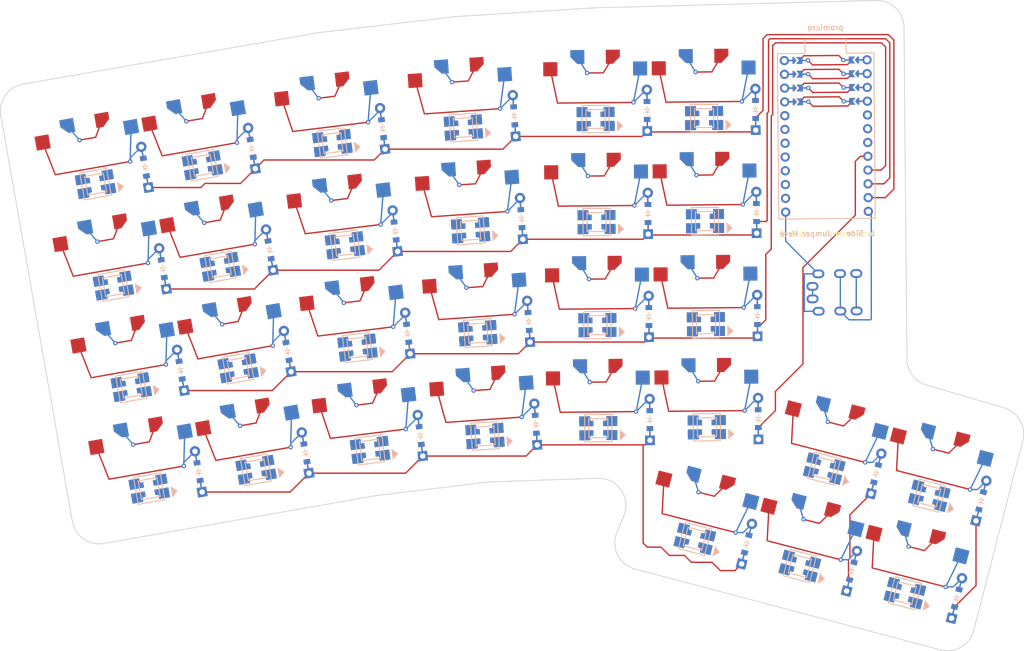
<source format=kicad_pcb>
(kicad_pcb (version 20221018) (generator pcbnew)
  (title_block (title "boardPcb") (rev "v1.0.0") (company "Unknown"))
  (layers (0 "F.Cu" signal) (31 "B.Cu" signal) (34 "B.Paste" user) (35 "F.Paste" user) (36 "B.SilkS" user "B.Silkscreen") (37 "F.SilkS" user "F.Silkscreen") (38 "B.Mask" user) (39 "F.Mask" user) (44 "Edge.Cuts" user))
  (net 0 "")
  (net 1 "P2")
  (net 2 "pinky1_bottom")
  (net 3 "pinky1_middle")
  (net 4 "pinky1_top")
  (net 5 "pinky1_number")
  (net 6 "P3")
  (net 7 "pink2_bottom")
  (net 8 "pink2_middle")
  (net 9 "pink2_top")
  (net 10 "pink2_number")
  (net 11 "P4")
  (net 12 "ring_bottom")
  (net 13 "ring_middle")
  (net 14 "ring_top")
  (net 15 "ring_number")
  (net 16 "P5")
  (net 17 "middle_bottom")
  (net 18 "middle_middle")
  (net 19 "middle_top")
  (net 20 "middle_number")
  (net 21 "P6")
  (net 22 "pointer_bottom")
  (net 23 "pointer_middle")
  (net 24 "pointer_top")
  (net 25 "pointer_number")
  (net 26 "P7")
  (net 27 "pointer2_bottom")
  (net 28 "pointer2_middle")
  (net 29 "pointer2_top")
  (net 30 "pointer2_number")
  (net 31 "near_thumb")
  (net 32 "home_thumb")
  (net 33 "far_thumb")
  (net 34 "near2_thumb2")
  (net 35 "home2_thumb2")
  (net 36 "P18")
  (net 37 "P15")
  (net 38 "P14")
  (net 39 "P16")
  (net 40 "P1")
  (net 41 "P0")
  (net 42 "P8")
  (net 43 "P9")
  (net 44 "P21")
  (net 45 "P20")
  (net 46 "P19")
  (net 47 "P10")
  (net 48 "RAW")
  (net 49 "RST")
  (net 50 "VCC")
  (net 51 "GND")
  (net 52 "_1_0")
  (net 53 "_1_23")
  (net 54 "_1_1")
  (net 55 "_1_22")
  (net 56 "_1_2")
  (net 57 "_1_21")
  (net 58 "_1_3")
  (net 59 "_1_20")
  (net 60 "din")
  (net 61 "dout")
  (footprint "WS2812B" (layer "F.Cu") (at 236.449174 134.714388 0.5)
    (fp_text reference "LED52" hide)
    (fp_text value "" hide)
  )
  (footprint "PG1350" (layer "F.Cu") (at 195.500639 168.833166 4)
    (fp_text reference "S13" hide)
    (fp_text value "" hide)
  )
  (footprint "PG1350" (layer "F.Cu") (at 259.801723 175.012135 -14.5)
    (fp_text reference "S28" hide)
    (fp_text value "" hide)
  )
  (footprint "WS2812B" (layer "F.Cu") (at 234.570806 193.286783 -14.5)
    (fp_text reference "LED54" hide)
    (fp_text value "" hide)
  )
  (footprint "PG1350" (layer "F.Cu") (at 171.718699 152.567731 7)
    (fp_text reference "S10" hide)
    (fp_text value "" hide)
  )
  (footprint "WS2812B" (layer "F.Cu") (at 273.296712 203.301983 -14.5)
    (fp_text reference "LED56" hide)
    (fp_text value "" hide)
  )
  (footprint "ComboDiode" (layer "F.Cu") (at 177.00433 117.663403 97)
    (fp_text reference "D12" hide)
    (fp_text value "" hide)
  )
  (footprint "ComboDiode" (layer "F.Cu") (at 203.93115 153.207019 94)
    (fp_text reference "D14" hide)
    (fp_text value "" hide)
  )
  (footprint "PG1350" (layer "F.Cu") (at 192.849893 130.925732 4)
    (fp_text reference "S15" hide)
    (fp_text value "" hide)
  )
  (footprint "WS2812B" (layer "F.Cu") (at 234.570806 193.286783 -14.5)
    (fp_text reference "LED25" hide)
    (fp_text value "" hide)
  )
  (footprint "WS2812B" (layer "F.Cu") (at 277.787586 185.344547 -14.5)
    (fp_text reference "LED58" hide)
    (fp_text value "" hide)
  )
  (footprint "WS2812B" (layer "F.Cu") (at 124.093882 127.894326 10)
    (fp_text reference "LED33" hide)
    (fp_text value "" hide)
  )
  (footprint "PG1350" (layer "F.Cu") (at 216.733548 167.387681 0.5)
    (fp_text reference "S17" hide)
    (fp_text value "" hide)
  )
  (footprint "PG1350" (layer "F.Cu") (at 174.034217 171.426108 7)
    (fp_text reference "S9" hide)
    (fp_text value "" hide)
  )
  (footprint "WS2812B" (layer "F.Cu") (at 133.991828 184.028368 10)
    (fp_text reference "LED30" hide)
    (fp_text value "" hide)
  )
  (footprint "PG1350" (layer "F.Cu") (at 194.175266 149.879449 4)
    (fp_text reference "S14" hide)
    (fp_text value "" hide)
  )
  (footprint "PG1350" (layer "F.Cu") (at 149.433602 156.427614 10)
    (fp_text reference "S6" hide)
    (fp_text value "" hide)
  )
  (footprint "ComboDiode" (layer "F.Cu") (at 245.769919 114.132266 90.5)
    (fp_text reference "D24" hide)
    (fp_text value "" hide)
  )
  (footprint "ComboDiode" (layer "F.Cu") (at 179.319848 136.52178 97)
    (fp_text reference "D11" hide)
    (fp_text value "" hide)
  )
  (footprint "WS2812B" (layer "F.Cu") (at 216.284132 115.889642 0.5)
    (fp_text reference "LED20" hide)
    (fp_text value "" hide)
  )
  (footprint "ComboDiode" (layer "F.Cu") (at 226.268093 171.304627 90.5)
    (fp_text reference "D17" hide)
    (fp_text value "" hide)
  )
  (footprint "WS2812B" (layer "F.Cu") (at 216.61574 153.888195 0.5)
    (fp_text reference "LED47" hide)
    (fp_text value "" hide)
  )
  (footprint "WS2812B" (layer "F.Cu") (at 253.933759 198.294383 -14.5)
    (fp_text reference "LED55" hide)
    (fp_text value "" hide)
  )
  (footprint "WS2812B" (layer "F.Cu") (at 236.780783 172.712941 0.5)
    (fp_text reference "LED21" hide)
    (fp_text value "" hide)
  )
  (footprint "PG1350" (layer "F.Cu") (at 152.732918 175.138962 10)
    (fp_text reference "S5" hide)
    (fp_text value "" hide)
  )
  (footprint "WS2812B" (layer "F.Cu") (at 236.449174 134.714388 0.5)
    (fp_text reference "LED23" hide)
    (fp_text value "" hide)
  )
  (footprint "WS2812B" (layer "F.Cu") (at 236.614978 153.713664 0.5)
    (fp_text reference "LED51" hide)
    (fp_text value "" hide)
  )
  (footprint "ComboDiode" (layer "F.Cu") (at 246.267331 171.130096 90.5)
    (fp_text reference "D21" hide)
    (fp_text value "" hide)
  )
  (footprint "PG1350" (layer "F.Cu") (at 274.673802 197.977171 -14.5)
    (fp_text reference "S27" hide)
    (fp_text value "" hide)
  )
  (footprint "WS2812B" (layer "F.Cu") (at 193.233553 136.412334 4)
    (fp_text reference "LED15" hide)
    (fp_text value "" hide)
  )
  (footprint "ComboDiode" (layer "F.Cu") (at 267.997606 181.263336 75.5)
    (fp_text reference "D28" hide)
    (fp_text value "" hide)
  )
  (footprint "ComboDiode" (layer "F.Cu") (at 139.787714 162.190151 100)
    (fp_text reference "D2" hide)
    (fp_text value "" hide)
  )
  (footprint "WS2812B" (layer "F.Cu") (at 143.790037 124.421362 10)
    (fp_text reference "LED37" hide)
    (fp_text value "" hide)
  )
  (footprint "ComboDiode" (layer "F.Cu") (at 156.184553 140.00584 100)
    (fp_text reference "D7" hide)
    (fp_text value "" hide)
  )
  (footprint "ComboDiode" (layer "F.Cu") (at 282.869685 204.228371 75.5)
    (fp_text reference "D27" hide)
    (fp_text value "" hide)
  )
  (footprint "WS2812B" (layer "F.Cu") (at 236.780783 172.712941 0.5)
    (fp_text reference "LED50" hide)
    (fp_text value "" hide)
  )
  (footprint "WS2812B" (layer "F.Cu") (at 216.61574 153.888195 0.5)
    (fp_text reference "LED18" hide)
    (fp_text value "" hide)
  )
  (footprint "PG1350" (layer "F.Cu") (at 167.087664 114.850977 7)
    (fp_text reference "S12" hide)
    (fp_text value "" hide)
  )
  (footprint "PG1350" (layer "F.Cu") (at 169.403182 133.709354 7)
    (fp_text reference "S11" hide)
    (fp_text value "" hide)
  )
  (footprint "PG1350" (layer "F.Cu") (at 129.737447 159.900578 10)
    (fp_text reference "S2" hide)
    (fp_text value "" hide)
  )
  (footprint "WS2812B" (layer "F.Cu") (at 130.692512 165.31702 10)
    (fp_text reference "LED2" hide)
    (fp_text value "" hide)
  )
  (footprint "PG1350" (layer "F.Cu") (at 146.134287 137.716267 10)
    (fp_text reference "S7" hide)
    (fp_text value "" hide)
  )
  (footprint "ComboDiode" (layer "F.Cu") (at 181.635365 155.380157 97)
    (fp_text reference "D10" hide)
    (fp_text value "" hide)
  )
  (footprint "PG1350" (layer "F.Cu") (at 236.401178 129.214597 0.5)
    (fp_text reference "S23" hide)
    (fp_text value "" hide)
  )
  (footprint "ComboDiode" (layer "F.Cu") (at 246.101527 152.130819 90.5)
    (fp_text reference "D22" hide)
    (fp_text value "" hide)
  )
  (footprint "WS2812B" (layer "F.Cu") (at 216.449936 134.888919 0.5)
    (fp_text reference "LED48" hide)
    (fp_text value "" hide)
  )
  (footprint "PG1350" (layer "F.Cu") (at 142.834972 119.00492 10)
    (fp_text reference "S8" hide)
    (fp_text value "" hide)
  )
  (footprint "PG1350" (layer "F.Cu") (at 216.40194 129.389128 0.5)
    (fp_text reference "S19" hide)
    (fp_text value "" hide)
  )
  (footprint "WS2812B" (layer "F.Cu") (at 172.388981 158.026735 7)
    (fp_text reference "LED39" hide)
    (fp_text value "" hide)
  )
  (footprint "ComboDiode" (layer "F.Cu") (at 136.488398 143.478804 100)
    (fp_text reference "D3" hide)
    (fp_text value "" hide)
  )
  (footprint "WS2812B" (layer "F.Cu") (at 236.614978 153.713664 0.5)
    (fp_text reference "LED22" hide)
    (fp_text value "" hide)
  )
  (footprint "TRRS-PJ-320A-dual" (layer "F.Cu") (at 267.574529 148.943313 -89.5)
    (fp_text reference "TRRS1")
    (fp_text value "TRRS-PJ-320A-dual")
  )
  (footprint "WS2812B" (layer "F.Cu") (at 216.284132 115.889642 0.5)
    (fp_text reference "LED49" hide)
    (fp_text value "" hide)
  )
  (footprint "WS2812B" (layer "F.Cu") (at 195.884299 174.319768 4)
    (fp_text reference "LED42" hide)
    (fp_text value "" hide)
  )
  (footprint "WS2812B" (layer "F.Cu") (at 150.388667 161.844057 10)
    (fp_text reference "LED35" hide)
    (fp_text value "" hide)
  )
  (footprint "WS2812B" (layer "F.Cu") (at 127.393197 146.605673 10)
    (fp_text reference "LED32" hide)
    (fp_text value "" hide)
  )
  (footprint "WS2812B" (layer "F.Cu") (at 143.790037 124.421362 10)
    (fp_text reference "LED8" hide)
    (fp_text value "" hide)
  )
  (footprint "WS2812B" (layer "F.Cu") (at 167.757946 120.309981 7)
    (fp_text reference "LED12" hide)
    (fp_text value "" hide)
  )
  (footprint "WS2812B" (layer "F.Cu") (at 130.692512 165.31702 10)
    (fp_text reference "LED31" hide)
    (fp_text value "" hide)
  )
  (footprint "WS2812B" (layer "F.Cu") (at 124.093882 127.894326 10)
    (fp_text reference "LED4" hide)
    (fp_text value "" hide)
  )
  (footprint "WS2812B" (layer "F.Cu") (at 172.388981 158.026735 7)
    (fp_text reference "LED10" hide)
    (fp_text value "" hide)
  )
  (footprint "WS2812B" (layer "F.Cu") (at 174.704498 176.885112 7)
    (fp_text reference "LED38" hide)
    (fp_text value "" hide)
  )
  (footprint "WS2812B" (layer "F.Cu") (at 194.558926 155.366051 4)
    (fp_text reference "LED14" hide)
    (fp_text value "" hide)
  )
  (footprint "ComboDiode" (layer "F.Cu") (at 183.950883 174.238534 97)
    (fp_text reference "D9" hide)
    (fp_text value "" hide)
  )
  (footprint "ComboDiode" (layer "F.Cu") (at 287.360559 186.270936 75.5)
    (fp_text reference "D29" hide)
    (fp_text value "" hide)
  )
  (footprint "WS2812B" (layer "F.Cu") (at 258.424633 180.336947 -14.5)
    (fp_text reference "LED57" hide)
    (fp_text value "" hide)
  )
  (footprint "PG1350" (layer "F.Cu") (at 216.236136 110.389852 0.5)
    (fp_text reference "S20" hide)
    (fp_text value "" hide)
  )
  (footprint "PG1350" (layer "F.Cu") (at 236.566983 148.213874 0.5)
    (fp_text reference "S22" hide)
    (fp_text value "" hide)
  )
  (footprint "WS2812B" (layer "F.Cu") (at 191.90818 117.458617 4)
    (fp_text reference "LED16" hide)
    (fp_text value "" hide)
  )
  (footprint "ComboDiode" (layer "F.Cu") (at 205.256523 172.160736 94)
    (fp_text reference "D13" hide)
    (fp_text value "" hide)
  )
  (footprint "ComboDiode" (layer "F.Cu") (at 143.087029 180.901498 100)
    (fp_text reference "D1" hide)
    (fp_text value "" hide)
  )
  (footprint "WS2812B" (layer "F.Cu") (at 236.28337 115.715111 0.5)
    (fp_text reference "LED53" hide)
    (fp_text value "" hide)
  )
  (footprint "ComboDiode" (layer "F.Cu") (at 133.189083 124.767457 100)
    (fp_text reference "D4" hide)
    (fp_text value "" hide)
  )
  (footprint "WS2812B" (layer "F.Cu") (at 216.781544 172.887472 0.5)
    (fp_text reference "LED17" hide)
    (fp_text value "" hide)
  )
  (footprint "ComboDiode" (layer "F.Cu") (at 226.102289 152.30535 90.5)
    (fp_text reference "D18" hide)
    (fp_text value "" hide)
  )
  (footprint "WS2812B" (layer "F.Cu") (at 216.449936 134.888919 0.5)
    (fp_text reference "LED19" hide)
    (fp_text value "" hide)
  )
  (footprint "PG1350" (layer "F.Cu") (at 255.310849 192.969571 -14.5)
    (fp_text reference "S26" hide)
    (fp_text value "" hide)
  )
  (footprint "WS2812B" (layer "F.Cu") (at 133.991828 184.028368 10)
    (fp_text reference "LED1" hide)
    (fp_text value "" hide)
  )
  (footprint "PG1350" (layer "F.Cu") (at 191.52452 111.972015 4)
    (fp_text reference "S16" hide)
    (fp_text value "" hide)
  )
  (footprint "ComboDiode" (layer "F.Cu") (at 225.77068 114.306797 90.5)
    (fp_text reference "D20" hide)
    (fp_text value "" hide)
  )
  (footprint "WS2812B" (layer "F.Cu") (at 194.558926 155.366051 4)
    (fp_text reference "LED43" hide)
    (fp_text value "" hide)
  )
  (footprint "WS2812B" (layer "F.Cu") (at 193.233553 136.412334 4)
    (fp_text reference "LED44" hide)
    (fp_text value "" hide)
  )
  (footprint "ProMicro" (layer "F.Cu") (at 258.813056 119.018631 0.5)
    (fp_text reference "")
    (fp_text value "")
  )
  (footprint "WS2812B" (layer "F.Cu") (at 170.073463 139.168358 7)
    (fp_text reference "LED40" hide)
    (fp_text value "" hide)
  )
  (footprint "PG1350" (layer "F.Cu") (at 236.732787 167.21315 0.5)
    (fp_text reference "S21" hide)
    (fp_text value "" hide)
  )
  (footprint "WS2812B" (layer "F.Cu") (at 127.393197 146.605673 10)
    (fp_text reference "LED3" hide)
    (fp_text value "" hide)
  )
  (footprint "PG1350" (layer "F.Cu") (at 123.138817 122.477883 10)
    (fp_text reference "S4" hide)
    (fp_text value "" hide)
  )
  (footprint "WS2812B" (layer "F.Cu") (at 147.089352 143.13271 10)
    (fp_text reference "LED7" hide)
    (fp_text value "" hide)
  )
  (footprint "WS2812B" (layer "F.Cu") (at 216.781544 172.887472 0.5)
    (fp_text reference "LED46" hide)
    (fp_text value "" hide)
  )
  (footprint "ComboDiode" (layer "F.Cu") (at 202.605777 134.253302 94)
    (fp_text reference "D15" hide)
    (fp_text value "" hide)
  )
  (footprint "PG1350" (layer "F.Cu") (at 216.567744 148.388405 0.5)
    (fp_text reference "S18" hide)
    (fp_text value "" hide)
  )
  (footprint "WS2812B" (layer "F.Cu") (at 153.687983 180.555404 10)
    (fp_text reference "LED5" hide)
    (fp_text value "" hide)
  )
  (footprint "ComboDiode" (layer "F.Cu") (at 245.935723 133.131543 90.5)
    (fp_text reference "D23" hide)
    (fp_text value "" hide)
  )
  (footprint "PG1350" (layer "F.Cu") (at 133.036763 178.611925 10)
    (fp_text reference "S1" hide)
    (fp_text value "" hide)
  )
  (footprint "WS2812B" (layer "F.Cu") (at 147.089352 143.13271 10)
    (fp_text reference "LED36" hide)
    (fp_text value "" hide)
  )
  (footprint "ComboDiode" (layer "F.Cu") (at 152.885238 121.294493 100)
    (fp_text reference "D8" hide)
    (fp_text value "" hide)
  )
  (footprint "WS2812B" (layer "F.Cu") (at 236.28337 115.715111 0.5)
    (fp_text reference "LED24" hide)
    (fp_text value "" hide)
  )
  (footprint "PG1350" (layer "F.Cu") (at 126.438132 141.189231 10)
    (fp_text reference "S3" hide)
    (fp_text value "" hide)
  )
  (footprint "PG1350" (layer "F.Cu") (at 236.235374 110.215321 0.5)
    (fp_text reference "S24" hide)
    (fp_text value "" hide)
  )
  (footprint "PG1350" (layer "F.Cu") (at 235.947896 187.961971 -14.5)
    (fp_text reference "S25" hide)
    (fp_text value "" hide)
  )
  (footprint "WS2812B" (layer "F.Cu") (at 253.933759 198.294383 -14.5)
    (fp_text reference "LED26" hide)
    (fp_text value "" hide)
  )
  (footprint "WS2812B" (layer "F.Cu") (at 277.787586 185.344547 -14.5)
    (fp_text reference "LED29" hide)
    (fp_text value "" hide)
  )
  (footprint "WS2812B" (layer "F.Cu") (at 258.424633 180.336947 -14.5)
    (fp_text reference "LED28" hide)
    (fp_text value "" hide)
  )
  (footprint "WS2812B" (layer "F.Cu") (at 150.388667 161.844057 10)
    (fp_text reference "LED6" hide)
    (fp_text value "" hide)
  )
  (footprint "ComboDiode" (layer "F.Cu") (at 225.936484 133.306074 90.5)
    (fp_text reference "D19" hide)
    (fp_text value "" hide)
  )
  (footprint "WS2812B" (layer "F.Cu") (at 170.073463 139.168358 7)
    (fp_text reference "LED11" hide)
    (fp_text value "" hide)
  )
  (footprint "WS2812B" (layer "F.Cu") (at 153.687983 180.555404 10)
    (fp_text reference "LED34" hide)
    (fp_text value "" hide)
  )
  (footprint "WS2812B" (layer "F.Cu") (at 174.704498 176.885112 7)
    (fp_text reference "LED9" hide)
    (fp_text value "" hide)
  )
  (footprint "ComboDiode" (layer "F.Cu") (at 159.483869 158.717188 100)
    (fp_text reference "D6" hide)
    (fp_text value "" hide)
  )
  (footprint "ComboDiode" (layer "F.Cu") (at 201.280404 115.299585 94)
    (fp_text reference "D16" hide)
    (fp_text value "" hide)
  )
  (footprint "WS2812B" (layer "F.Cu") (at 167.757946 120.309981 7)
    (fp_text reference "LED41" hide)
    (fp_text value "" hide)
  )
  (footprint "ComboDiode" (layer "F.Cu") (at 244.143779 194.213171 75.5)
    (fp_text reference "D25" hide)
    (fp_text value "" hide)
  )
  (footprint "ComboDiode" (layer "F.Cu") (at 162.783184 177.428535 100)
    (fp_text reference "D5" hide)
    (fp_text value "" hide)
  )
  (footprint "WS2812B" (layer "F.Cu") (at 191.90818 117.458617 4)
    (fp_text reference "LED45" hide)
    (fp_text value "" hide)
  )
  (footprint "WS2812B" (layer "F.Cu") (at 273.296712 203.301983 -14.5)
    (fp_text reference "LED27" hide)
    (fp_text value "" hide)
  )
  (footprint "ComboDiode" (layer "F.Cu") (at 263.506732 199.220771 75.5)
    (fp_text reference "D26" hide)
    (fp_text value "" hide)
  )
  (footprint "WS2812B" (layer "F.Cu") (at 195.884299 174.319768 4)
    (fp_text reference "LED13" hide)
    (fp_text value "" hide)
  )
  (footprint "PG1350" (layer "F.Cu") (at 279.164676 180.019735 -14.5)
    (fp_text reference "S29" hide)
    (fp_text value "" hide)
  )
  (gr_arc (start 277.265036 164.934786) (mid 274.683374 163.151276) (end 273.672824 160.180641) (stroke (width 0.15)) (layer "Edge.Cuts"))
  (gr_line (start 119.827842 190.08197) (end 106.63225 115.246051) (stroke (width 0.15)) (layer "Edge.Cuts"))
  (gr_line (start 196.261325 182.825328) (end 175.872093 185.305731) (stroke (width 0.15)) (layer "Edge.Cuts"))
  (gr_line (start 277.265037 164.934786) (end 291.59479 169.138922) (stroke (width 0.15)) (layer "Edge.Cuts"))
  (gr_arc (start 165.122688 99.9866) (mid 165.259901 99.964696) (end 165.39767 99.946613) (stroke (width 0.15)) (layer "Edge.Cuts"))
  (gr_arc (start 125.618069 194.13813) (mid 121.883145 193.308892) (end 119.827842 190.08197) (stroke (width 0.15)) (layer "Edge.Cuts"))
  (gr_line (start 216.197189 95.388007) (end 268.007608 94.026701) (stroke (width 0.15)) (layer "Edge.Cuts"))
  (gr_line (start 175.609717 185.344738) (end 125.618069 194.138129) (stroke (width 0.15)) (layer "Edge.Cuts"))
  (gr_line (start 110.69956 109.451756) (end 165.122689 99.9866) (stroke (width 0.15)) (layer "Edge.Cuts"))
  (gr_line (start 273.138746 98.981343) (end 273.672824 160.180641) (stroke (width 0.15)) (layer "Edge.Cuts"))
  (gr_line (start 190.611827 97.000115) (end 216.013438 95.396219) (stroke (width 0.15)) (layer "Edge.Cuts"))
  (gr_line (start 165.39767 99.946613) (end 190.345159 97.024136) (stroke (width 0.15)) (layer "Edge.Cuts"))
  (gr_arc (start 106.632251 115.246051) (mid 107.463884 111.505144) (end 110.69956 109.451756) (stroke (width 0.15)) (layer "Edge.Cuts"))
  (gr_arc (start 285.981526 210.168454) (mid 283.666327 213.231835) (end 279.86162 213.750158) (stroke (width 0.15)) (layer "Edge.Cuts"))
  (gr_arc (start 190.345159 97.024136) (mid 190.478332 97.01034) (end 190.611827 97.000115) (stroke (width 0.15)) (layer "Edge.Cuts"))
  (gr_line (start 216.693747 182.109127) (end 196.694599 182.791644) (stroke (width 0.15)) (layer "Edge.Cuts"))
  (gr_arc (start 216.013437 95.396219) (mid 216.105275 95.391268) (end 216.197189 95.388007) (stroke (width 0.15)) (layer "Edge.Cuts"))
  (gr_line (start 279.86162 213.750158) (end 223.539185 198.844948) (stroke (width 0.15)) (layer "Edge.Cuts"))
  (gr_line (start 220.20411 192.085529) (end 221.478527 189.032033) (stroke (width 0.15)) (layer "Edge.Cuts"))
  (gr_arc (start 268.007607 94.026701) (mid 271.612068 95.428123) (end 273.138746 98.981343) (stroke (width 0.15)) (layer "Edge.Cuts"))
  (gr_arc (start 223.539184 198.844948) (mid 220.334436 196.223693) (end 220.20411 192.085529) (stroke (width 0.15)) (layer "Edge.Cuts"))
  (gr_arc (start 196.261325 182.825328) (mid 196.477596 182.803777) (end 196.694599 182.791644) (stroke (width 0.15)) (layer "Edge.Cuts"))
  (gr_arc (start 216.693747 182.109127) (mid 220.977469 184.263382) (end 221.478527 189.032033) (stroke (width 0.15)) (layer "Edge.Cuts"))
  (gr_arc (start 175.609716 185.344738) (mid 175.740646 185.323494) (end 175.872093 185.305731) (stroke (width 0.15)) (layer "Edge.Cuts"))
  (gr_line (start 295.027932 175.1886) (end 285.981526 210.168454) (stroke (width 0.15)) (layer "Edge.Cuts"))
  (gr_arc (start 291.594789 169.138921) (mid 294.535765 171.468921) (end 295.027932 175.1886) (stroke (width 0.15)) (layer "Edge.Cuts"))
  (segment (start 240.61 183.02) (end 238.15 185.43) (width 0.25) (layer "F.Cu") (net 0))
  (segment (start 276.88 195.45) (end 273.97 194.7) (width 0.25) (layer "F.Cu") (net 0))
  (segment (start 279.33 193.04) (end 276.88 195.45) (width 0.25) (layer "F.Cu") (net 0))
  (segment (start 257.51 190.44) (end 254.61 189.69) (width 0.25) (layer "F.Cu") (net 0))
  (segment (start 259.97 188.03) (end 257.51 190.44) (width 0.25) (layer "F.Cu") (net 0))
  (segment (start 238.15 185.43) (end 235.25 184.68) (width 0.25) (layer "F.Cu") (net 0))
  (segment (start 264.46 170.07) (end 262.01 172.48) (width 0.25) (layer "F.Cu") (net 0))
  (segment (start 281.37 177.49) (end 278.46 176.74) (width 0.25) (layer "F.Cu") (net 0))
  (segment (start 262.01 172.48) (end 259.1 171.73) (width 0.25) (layer "F.Cu") (net 0))
  (segment (start 283.83 175.08) (end 281.37 177.49) (width 0.25) (layer "F.Cu") (net 0))
  (segment (start 258.12 168.43) (end 259.1 171.73) (width 0.25) (layer "B.Cu") (net 0))
  (segment (start 234.27 181.38) (end 235.25 184.68) (width 0.25) (layer "B.Cu") (net 0))
  (segment (start 253.63 186.39) (end 254.61 189.69) (width 0.25) (layer "B.Cu") (net 0))
  (segment (start 277.48 173.44) (end 278.46 176.74) (width 0.25) (layer "B.Cu") (net 0))
  (segment (start 272.99 191.4) (end 273.97 194.7) (width 0.25) (layer "B.Cu") (net 0))
  (segment (start 135.23 172.18) (end 133.99 175.4) (width 0.25) (layer "F.Cu") (net 1))
  (segment (start 130.69 156.69) (end 127.74 157.21) (width 0.25) (layer "F.Cu") (net 1))
  (segment (start 133.99 175.4) (end 131.04 175.92) (width 0.25) (layer "F.Cu") (net 1))
  (segment (start 127.39 137.97) (end 124.44 138.5) (width 0.25) (layer "F.Cu") (net 1))
  (segment (start 131.93 153.47) (end 130.69 156.69) (width 0.25) (layer "F.Cu") (net 1))
  (segment (start 125.33 116.05) (end 124.1 119.26) (width 0.25) (layer "F.Cu") (net 1))
  (segment (start 128.63 134.76) (end 127.39 137.97) (width 0.25) (layer "F.Cu") (net 1))
  (segment (start 124.1 119.26) (end 121.14 119.78) (width 0.25) (layer "F.Cu") (net 1))
  (segment (start 128.78 173.32) (end 131.04 175.92) (width 0.25) (layer "B.Cu") (net 1))
  (segment (start 118.88 117.19) (end 121.14 119.78) (width 0.25) (layer "B.Cu") (net 1))
  (segment (start 125.48 154.61) (end 127.74 157.21) (width 0.25) (layer "B.Cu") (net 1))
  (segment (start 122.18 135.9) (end 124.44 138.5) (width 0.25) (layer "B.Cu") (net 1))
  (segment (start 142.8 179.28) (end 142.43 177.15) (width 0.25) (layer "F.Cu") (net 2))
  (segment (start 124.24 176.36) (end 126.58 182.29) (width 0.25) (layer "F.Cu") (net 2))
  (segment (start 140.36 179.86) (end 126.58 182.29) (width 0.25) (layer "F.Cu") (net 2))
  (segment (start 140.364538 179.858407) (end 140.364538 179.210271) (width 0.25) (layer "B.Cu") (net 2))
  (segment (start 142.8 179.28) (end 142.43 177.15) (width 0.25) (layer "B.Cu") (net 2))
  (segment (start 140.364538 179.210271) (end 142.425429 177.14938) (width 0.25) (layer "B.Cu") (net 2))
  (segment (start 140.53 173.48) (end 140.36 179.86) (width 0.25) (layer "B.Cu") (net 2))
  (segment (start 139.5 160.57) (end 139.13 158.44) (width 0.25) (layer "F.Cu") (net 3))
  (segment (start 120.94 157.64) (end 123.28 163.58) (width 0.25) (layer "F.Cu") (net 3))
  (segment (start 137.07 161.15) (end 123.28 163.58) (width 0.25) (layer "F.Cu") (net 3))
  (segment (start 139.5 160.57) (end 139.13 158.44) (width 0.25) (layer "B.Cu") (net 3))
  (segment (start 137.24 154.77) (end 137.07 161.15) (width 0.25) (layer "B.Cu") (net 3))
  (segment (start 137.065222 160.498925) (end 139.126114 158.438033) (width 0.25) (layer "B.Cu") (net 3))
  (segment (start 137.065222 161.14706) (end 137.065222 160.498925) (width 0.25) (layer "B.Cu") (net 3))
  (segment (start 136.2 141.85) (end 135.83 139.73) (width 0.25) (layer "F.Cu") (net 4))
  (segment (start 117.64 138.93) (end 119.98 144.87) (width 0.25) (layer "F.Cu") (net 4))
  (segment (start 133.77 142.44) (end 119.98 144.87) (width 0.25) (layer "F.Cu") (net 4))
  (segment (start 133.765907 142.435713) (end 133.765907 141.787577) (width 0.25) (layer "B.Cu") (net 4))
  (segment (start 133.765907 141.787577) (end 135.826798 139.726686) (width 0.25) (layer "B.Cu") (net 4))
  (segment (start 133.94 136.06) (end 133.77 142.44) (width 0.25) (layer "B.Cu") (net 4))
  (segment (start 136.2 141.85) (end 135.83 139.73) (width 0.25) (layer "B.Cu") (net 4))
  (segment (start 132.9 123.14) (end 132.53 121.02) (width 0.25) (layer "F.Cu") (net 5))
  (segment (start 114.34 120.22) (end 116.68 126.16) (width 0.25) (layer "F.Cu") (net 5))
  (segment (start 130.47 123.72) (end 116.68 126.16) (width 0.25) (layer "F.Cu") (net 5))
  (segment (start 130.64 117.35) (end 130.47 123.72) (width 0.25) (layer "B.Cu") (net 5))
  (segment (start 130.466592 123.724365) (end 130.466592 123.07623) (width 0.25) (layer "B.Cu") (net 5))
  (segment (start 130.466592 123.07623) (end 132.527483 121.015339) (width 0.25) (layer "B.Cu") (net 5))
  (segment (start 132.9 123.14) (end 132.53 121.02) (width 0.25) (layer "B.Cu") (net 5))
  (segment (start 148.33 131.29) (end 147.09 134.5) (width 0.25) (layer "F.Cu") (net 6))
  (segment (start 153.69 171.92) (end 150.73 172.45) (width 0.25) (layer "F.Cu") (net 6))
  (segment (start 143.79 115.79) (end 140.84 116.31) (width 0.25) (layer "F.Cu") (net 6))
  (segment (start 145.03 112.58) (end 143.79 115.79) (width 0.25) (layer "F.Cu") (net 6))
  (segment (start 150.39 153.21) (end 147.44 153.73) (width 0.25) (layer "F.Cu") (net 6))
  (segment (start 151.63 150) (end 150.39 153.21) (width 0.25) (layer "F.Cu") (net 6))
  (segment (start 154.92 168.71) (end 153.69 171.92) (width 0.25) (layer "F.Cu") (net 6))
  (segment (start 147.09 134.5) (end 144.14 135.02) (width 0.25) (layer "F.Cu") (net 6))
  (segment (start 145.18 151.14) (end 147.44 153.73) (width 0.25) (layer "B.Cu") (net 6))
  (segment (start 138.58 113.71) (end 140.84 116.31) (width 0.25) (layer "B.Cu") (net 6))
  (segment (start 141.88 132.43) (end 144.14 135.02) (width 0.25) (layer "B.Cu") (net 6))
  (segment (start 148.47 169.85) (end 150.73 172.45) (width 0.25) (layer "B.Cu") (net 6))
  (segment (start 162.5 175.8) (end 162.12 173.68) (width 0.25) (layer "F.Cu") (net 7))
  (segment (start 160.06 176.39) (end 146.27 178.82) (width 0.25) (layer "F.Cu") (net 7))
  (segment (start 143.93 172.88) (end 146.27 178.82) (width 0.25) (layer "F.Cu") (net 7))
  (segment (start 160.060693 175.737308) (end 162.121584 173.676417) (width 0.25) (layer "B.Cu") (net 7))
  (segment (start 160.23 170.01) (end 160.06 176.39) (width 0.25) (layer "B.Cu") (net 7))
  (segment (start 160.060693 176.385444) (end 160.060693 175.737308) (width 0.25) (layer "B.Cu") (net 7))
  (segment (start 162.5 175.8) (end 162.12 173.68) (width 0.25) (layer "B.Cu") (net 7))
  (segment (start 159.2 157.09) (end 158.82 154.97) (width 0.25) (layer "F.Cu") (net 8))
  (segment (start 156.76 157.67) (end 142.97 160.11) (width 0.25) (layer "F.Cu") (net 8))
  (segment (start 140.63 154.17) (end 142.97 160.11) (width 0.25) (layer "F.Cu") (net 8))
  (segment (start 159.2 157.09) (end 158.82 154.97) (width 0.25) (layer "B.Cu") (net 8))
  (segment (start 156.761377 157.025962) (end 158.822269 154.96507) (width 0.25) (layer "B.Cu") (net 8))
  (segment (start 156.761377 157.674096) (end 156.761377 157.025962) (width 0.25) (layer "B.Cu") (net 8))
  (segment (start 156.93 151.3) (end 156.76 157.67) (width 0.25) (layer "B.Cu") (net 8))
  (segment (start 155.9 138.38) (end 155.52 136.25) (width 0.25) (layer "F.Cu") (net 9))
  (segment (start 153.46 138.96) (end 139.67 141.39) (width 0.25) (layer "F.Cu") (net 9))
  (segment (start 137.33 135.46) (end 139.67 141.39) (width 0.25) (layer "F.Cu") (net 9))
  (segment (start 153.462062 138.314613) (end 155.522953 136.253722) (width 0.25) (layer "B.Cu") (net 9))
  (segment (start 155.9 138.38) (end 155.52 136.25) (width 0.25) (layer "B.Cu") (net 9))
  (segment (start 153.462062 138.962749) (end 153.462062 138.314613) (width 0.25) (layer "B.Cu") (net 9))
  (segment (start 153.63 132.59) (end 153.46 138.96) (width 0.25) (layer "B.Cu") (net 9))
  (segment (start 152.6 119.67) (end 152.22 117.54) (width 0.25) (layer "F.Cu") (net 10))
  (segment (start 150.16 120.25) (end 136.38 122.68) (width 0.25) (layer "F.Cu") (net 10))
  (segment (start 134.03 116.75) (end 136.38 122.68) (width 0.25) (layer "F.Cu") (net 10))
  (segment (start 152.6 119.67) (end 152.22 117.54) (width 0.25) (layer "B.Cu") (net 10))
  (segment (start 150.162747 119.603266) (end 152.223638 117.542375) (width 0.25) (layer "B.Cu") (net 10))
  (segment (start 150.162747 120.251402) (end 150.162747 119.603266) (width 0.25) (layer "B.Cu") (net 10))
  (segment (start 150.33 113.87) (end 150.16 120.25) (width 0.25) (layer "B.Cu") (net 10))
  (segment (start 170.53 130.55) (end 167.55 130.91) (width 0.25) (layer "F.Cu") (net 11))
  (segment (start 174.24 146.26) (end 172.84 149.41) (width 0.25) (layer "F.Cu") (net 11))
  (segment (start 169.61 108.55) (end 168.21 111.69) (width 0.25) (layer "F.Cu") (net 11))
  (segment (start 168.21 111.69) (end 165.23 112.06) (width 0.25) (layer "F.Cu") (net 11))
  (segment (start 175.16 168.27) (end 172.18 168.63) (width 0.25) (layer "F.Cu") (net 11))
  (segment (start 172.84 149.41) (end 169.86 149.77) (width 0.25) (layer "F.Cu") (net 11))
  (segment (start 171.93 127.4) (end 170.53 130.55) (width 0.25) (layer "F.Cu") (net 11))
  (segment (start 176.56 165.12) (end 175.16 168.27) (width 0.25) (layer "F.Cu") (net 11))
  (segment (start 165.43 128.2) (end 167.55 130.91) (width 0.25) (layer "B.Cu") (net 11))
  (segment (start 163.11 109.34) (end 165.23 112.06) (width 0.25) (layer "B.Cu") (net 11))
  (segment (start 170.06 165.92) (end 172.18 168.63) (width 0.25) (layer "B.Cu") (net 11))
  (segment (start 167.74 147.06) (end 169.86 149.77) (width 0.25) (layer "B.Cu") (net 11))
  (segment (start 165.36 168.71) (end 167.39 174.76) (width 0.25) (layer "F.Cu") (net 12))
  (segment (start 181.29 173.05) (end 167.39 174.76) (width 0.25) (layer "F.Cu") (net 12))
  (segment (start 183.75 172.6) (end 183.49 170.46) (width 0.25) (layer "F.Cu") (net 12))
  (segment (start 181.286713 173.054388) (end 183.486561 170.85454) (width 0.25) (layer "B.Cu") (net 12))
  (segment (start 183.486561 170.85454) (end 183.486561 170.456933) (width 0.25) (layer "B.Cu") (net 12))
  (segment (start 183.75 172.6) (end 183.49 170.46) (width 0.25) (layer "B.Cu") (net 12))
  (segment (start 181.79 166.7) (end 181.29 173.05) (width 0.25) (layer "B.Cu") (net 12))
  (segment (start 163.05 149.85) (end 165.08 155.9) (width 0.25) (layer "F.Cu") (net 13))
  (segment (start 181.43 153.74) (end 181.17 151.6) (width 0.25) (layer "F.Cu") (net 13))
  (segment (start 178.97 154.2) (end 165.08 155.9) (width 0.25) (layer "F.Cu") (net 13))
  (segment (start 181.43 153.74) (end 181.17 151.6) (width 0.25) (layer "B.Cu") (net 13))
  (segment (start 181.171043 151.996163) (end 181.171043 151.598556) (width 0.25) (layer "B.Cu") (net 13))
  (segment (start 179.48 147.84) (end 178.97 154.2) (width 0.25) (layer "B.Cu") (net 13))
  (segment (start 178.971195 154.196011) (end 181.171043 151.996163) (width 0.25) (layer "B.Cu") (net 13))
  (segment (start 176.66 135.34) (end 162.76 137.04) (width 0.25) (layer "F.Cu") (net 14))
  (segment (start 179.12 134.88) (end 178.86 132.74) (width 0.25) (layer "F.Cu") (net 14))
  (segment (start 160.73 131) (end 162.76 137.04) (width 0.25) (layer "F.Cu") (net 14))
  (segment (start 176.655678 135.337634) (end 178.855526 133.137786) (width 0.25) (layer "B.Cu") (net 14))
  (segment (start 178.855526 133.137786) (end 178.855526 132.740179) (width 0.25) (layer "B.Cu") (net 14))
  (segment (start 179.12 134.88) (end 178.86 132.74) (width 0.25) (layer "B.Cu") (net 14))
  (segment (start 177.16 128.98) (end 176.66 135.34) (width 0.25) (layer "B.Cu") (net 14))
  (segment (start 174.34 116.48) (end 160.44 118.19) (width 0.25) (layer "F.Cu") (net 15))
  (segment (start 176.8 116.03) (end 176.54 113.88) (width 0.25) (layer "F.Cu") (net 15))
  (segment (start 158.42 112.14) (end 160.44 118.19) (width 0.25) (layer "F.Cu") (net 15))
  (segment (start 176.540008 114.279409) (end 176.540008 113.881802) (width 0.25) (layer "B.Cu") (net 15))
  (segment (start 174.84 110.12) (end 174.34 116.48) (width 0.25) (layer "B.Cu") (net 15))
  (segment (start 176.8 116.03) (end 176.54 113.88) (width 0.25) (layer "B.Cu") (net 15))
  (segment (start 174.34016 116.479257) (end 176.540008 114.279409) (width 0.25) (layer "B.Cu") (net 15))
  (segment (start 195.46 146.78) (end 192.47 146.99) (width 0.25) (layer "F.Cu") (net 16))
  (segment (start 196.79 165.74) (end 193.8 165.95) (width 0.25) (layer "F.Cu") (net 16))
  (segment (start 197.03 143.72) (end 195.46 146.78) (width 0.25) (layer "F.Cu") (net 16))
  (segment (start 194.38 105.81) (end 192.81 108.87) (width 0.25) (layer "F.Cu") (net 16))
  (segment (start 198.35 162.67) (end 196.79 165.74) (width 0.25) (layer "F.Cu") (net 16))
  (segment (start 192.81 108.87) (end 189.82 109.08) (width 0.25) (layer "F.Cu") (net 16))
  (segment (start 195.7 124.76) (end 194.14 127.83) (width 0.25) (layer "F.Cu") (net 16))
  (segment (start 194.14 127.83) (end 191.14 128.04) (width 0.25) (layer "F.Cu") (net 16))
  (segment (start 191.82 163.13) (end 193.8 165.95) (width 0.25) (layer "B.Cu") (net 16))
  (segment (start 187.84 106.26) (end 189.82 109.08) (width 0.25) (layer "B.Cu") (net 16))
  (segment (start 189.17 125.22) (end 191.14 128.04) (width 0.25) (layer "B.Cu") (net 16))
  (segment (start 190.49 144.17) (end 192.47 146.99) (width 0.25) (layer "B.Cu") (net 16))
  (segment (start 205.14 170.51) (end 204.99 168.36) (width 0.25) (layer "F.Cu") (net 17))
  (segment (start 202.66 170.84) (end 188.69 171.82) (width 0.25) (layer "F.Cu") (net 17))
  (segment (start 186.98 165.67) (end 188.69 171.82) (width 0.25) (layer "F.Cu") (net 17))
  (segment (start 203.49 164.52) (end 202.66 170.84) (width 0.25) (layer "B.Cu") (net 17))
  (segment (start 202.657979 170.838781) (end 204.990751 168.506009) (width 0.25) (layer "B.Cu") (net 17))
  (segment (start 204.990751 168.506009) (end 204.990751 168.360017) (width 0.25) (layer "B.Cu") (net 17))
  (segment (start 205.14 170.51) (end 204.99 168.36) (width 0.25) (layer "B.Cu") (net 17))
  (segment (start 201.33 151.89) (end 187.37 152.86) (width 0.25) (layer "F.Cu") (net 18))
  (segment (start 185.66 146.72) (end 187.37 152.86) (width 0.25) (layer "F.Cu") (net 18))
  (segment (start 203.82 151.56) (end 203.67 149.41) (width 0.25) (layer "F.Cu") (net 18))
  (segment (start 203.82 151.56) (end 203.67 149.41) (width 0.25) (layer "B.Cu") (net 18))
  (segment (start 203.665378 149.552292) (end 203.665378 149.4063) (width 0.25) (layer "B.Cu") (net 18))
  (segment (start 202.17 145.56) (end 201.33 151.89) (width 0.25) (layer "B.Cu") (net 18))
  (segment (start 201.332606 151.885064) (end 203.665378 149.552292) (width 0.25) (layer "B.Cu") (net 18))
  (segment (start 202.49 132.61) (end 202.34 130.45) (width 0.25) (layer "F.Cu") (net 19))
  (segment (start 200.01 132.93) (end 186.04 133.91) (width 0.25) (layer "F.Cu") (net 19))
  (segment (start 184.33 127.76) (end 186.04 133.91) (width 0.25) (layer "F.Cu") (net 19))
  (segment (start 200.007233 132.931347) (end 202.340005 130.598575) (width 0.25) (layer "B.Cu") (net 19))
  (segment (start 200.84 126.61) (end 200.01 132.93) (width 0.25) (layer "B.Cu") (net 19))
  (segment (start 202.49 132.61) (end 202.34 130.45) (width 0.25) (layer "B.Cu") (net 19))
  (segment (start 202.340005 130.598575) (end 202.340005 130.452583) (width 0.25) (layer "B.Cu") (net 19))
  (segment (start 198.68 113.98) (end 184.72 114.95) (width 0.25) (layer "F.Cu") (net 20))
  (segment (start 183.01 108.81) (end 184.72 114.95) (width 0.25) (layer "F.Cu") (net 20))
  (segment (start 201.17 113.65) (end 201.01 111.5) (width 0.25) (layer "F.Cu") (net 20))
  (segment (start 201.17 113.65) (end 201.01 111.5) (width 0.25) (layer "B.Cu") (net 20))
  (segment (start 198.68186 113.97763) (end 201.014632 111.644858) (width 0.25) (layer "B.Cu") (net 20))
  (segment (start 201.014632 111.644858) (end 201.014632 111.498866) (width 0.25) (layer "B.Cu") (net 20))
  (segment (start 199.52 107.65) (end 198.68 113.98) (width 0.25) (layer "B.Cu") (net 20))
  (segment (start 219.46 104.41) (end 217.71 107.38) (width 0.25) (layer "F.Cu") (net 21))
  (segment (start 218.04 145.38) (end 215.04 145.4) (width 0.25) (layer "F.Cu") (net 21))
  (segment (start 218.21 164.37) (end 215.21 164.4) (width 0.25) (layer "F.Cu") (net 21))
  (segment (start 219.62 123.41) (end 217.88 126.38) (width 0.25) (layer "F.Cu") (net 21))
  (segment (start 219.96 161.41) (end 218.21 164.37) (width 0.25) (layer "F.Cu") (net 21))
  (segment (start 217.71 107.38) (end 214.71 107.4) (width 0.25) (layer "F.Cu") (net 21))
  (segment (start 219.79 142.41) (end 218.04 145.38) (width 0.25) (layer "F.Cu") (net 21))
  (segment (start 217.88 126.38) (end 214.88 126.4) (width 0.25) (layer "F.Cu") (net 21))
  (segment (start 213.24 142.47) (end 215.04 145.4) (width 0.25) (layer "B.Cu") (net 21))
  (segment (start 212.91 104.47) (end 214.71 107.4) (width 0.25) (layer "B.Cu") (net 21))
  (segment (start 213.41 161.47) (end 215.21 164.4) (width 0.25) (layer "B.Cu") (net 21))
  (segment (start 213.08 123.47) (end 214.88 126.4) (width 0.25) (layer "B.Cu") (net 21))
  (segment (start 208.43 163.71) (end 209.76 169.95) (width 0.25) (layer "F.Cu") (net 22))
  (segment (start 223.76 169.83) (end 209.76 169.95) (width 0.25) (layer "F.Cu") (net 22))
  (segment (start 226.25 169.65) (end 226.23 167.49) (width 0.25) (layer "F.Cu") (net 22))
  (segment (start 226.25 169.65) (end 226.23 167.49) (width 0.25) (layer "B.Cu") (net 22))
  (segment (start 224.98 163.57) (end 223.76 169.83) (width 0.25) (layer "B.Cu") (net 22))
  (segment (start 223.755098 169.8265) (end 226.086826 167.494772) (width 0.25) (layer "B.Cu") (net 22))
  (segment (start 226.086826 167.494772) (end 226.234845 167.494772) (width 0.25) (layer "B.Cu") (net 22))
  (segment (start 226.09 150.66) (end 226.07 148.5) (width 0.25) (layer "F.Cu") (net 23))
  (segment (start 208.26 144.71) (end 209.59 150.95) (width 0.25) (layer "F.Cu") (net 23))
  (segment (start 223.59 150.83) (end 209.59 150.95) (width 0.25) (layer "F.Cu") (net 23))
  (segment (start 224.81 144.57) (end 223.59 150.83) (width 0.25) (layer "B.Cu") (net 23))
  (segment (start 223.589294 150.827224) (end 225.921023 148.495495) (width 0.25) (layer "B.Cu") (net 23))
  (segment (start 226.09 150.66) (end 226.07 148.5) (width 0.25) (layer "B.Cu") (net 23))
  (segment (start 225.921023 148.495495) (end 226.069041 148.495495) (width 0.25) (layer "B.Cu") (net 23))
  (segment (start 225.92 131.66) (end 225.9 129.5) (width 0.25) (layer "F.Cu") (net 24))
  (segment (start 208.09 125.71) (end 209.42 131.95) (width 0.25) (layer "F.Cu") (net 24))
  (segment (start 223.42 131.83) (end 209.42 131.95) (width 0.25) (layer "F.Cu") (net 24))
  (segment (start 224.64 125.57) (end 223.42 131.83) (width 0.25) (layer "B.Cu") (net 24))
  (segment (start 223.42349 131.827947) (end 225.755218 129.496219) (width 0.25) (layer "B.Cu") (net 24))
  (segment (start 225.92 131.66) (end 225.9 129.5) (width 0.25) (layer "B.Cu") (net 24))
  (segment (start 225.755218 129.496219) (end 225.903236 129.496219) (width 0.25) (layer "B.Cu") (net 24))
  (segment (start 207.93 106.71) (end 209.26 112.95) (width 0.25) (layer "F.Cu") (net 25))
  (segment (start 225.76 112.66) (end 225.74 110.5) (width 0.25) (layer "F.Cu") (net 25))
  (segment (start 223.26 112.83) (end 209.26 112.95) (width 0.25) (layer "F.Cu") (net 25))
  (segment (start 225.589415 110.496942) (end 225.737432 110.496942) (width 0.25) (layer "B.Cu") (net 25))
  (segment (start 225.76 112.66) (end 225.74 110.5) (width 0.25) (layer "B.Cu") (net 25))
  (segment (start 224.48 106.57) (end 223.26 112.83) (width 0.25) (layer "B.Cu") (net 25))
  (segment (start 223.257686 112.828671) (end 225.589415 110.496942) (width 0.25) (layer "B.Cu") (net 25))
  (segment (start 238.21 164.2) (end 235.21 164.23) (width 0.25) (layer "F.Cu") (net 26))
  (segment (start 239.79 142.24) (end 238.04 145.2) (width 0.25) (layer "F.Cu") (net 26))
  (segment (start 239.46 104.24) (end 237.71 107.2) (width 0.25) (layer "F.Cu") (net 26))
  (segment (start 238.04 145.2) (end 235.04 145.23) (width 0.25) (layer "F.Cu") (net 26))
  (segment (start 237.71 107.2) (end 234.71 107.23) (width 0.25) (layer "F.Cu") (net 26))
  (segment (start 239.62 123.24) (end 237.87 126.2) (width 0.25) (layer "F.Cu") (net 26))
  (segment (start 237.87 126.2) (end 234.88 126.23) (width 0.25) (layer "F.Cu") (net 26))
  (segment (start 239.96 161.23) (end 238.21 164.2) (width 0.25) (layer "F.Cu") (net 26))
  (segment (start 233.41 161.29) (end 235.21 164.23) (width 0.25) (layer "B.Cu") (net 26))
  (segment (start 233.07 123.29) (end 234.88 126.23) (width 0.25) (layer "B.Cu") (net 26))
  (segment (start 233.24 142.29) (end 235.04 145.23) (width 0.25) (layer "B.Cu") (net 26))
  (segment (start 232.91 104.29) (end 234.71 107.23) (width 0.25) (layer "B.Cu") (net 26))
  (segment (start 243.75 169.65) (end 229.75 169.77) (width 0.25) (layer "F.Cu") (net 27))
  (segment (start 228.43 163.54) (end 229.75 169.77) (width 0.25) (layer "F.Cu") (net 27))
  (segment (start 246.25 169.48) (end 246.23 167.32) (width 0.25) (layer "F.Cu") (net 27))
  (segment (start 243.754337 169.651969) (end 246.086065 167.320241) (width 0.25) (layer "B.Cu") (net 27))
  (segment (start 244.97 163.39) (end 243.75 169.65) (width 0.25) (layer "B.Cu") (net 27))
  (segment (start 246.25 169.48) (end 246.23 167.32) (width 0.25) (layer "B.Cu") (net 27))
  (segment (start 246.086065 167.320241) (end 246.234083 167.320241) (width 0.25) (layer "B.Cu") (net 27))
  (segment (start 246.09 150.48) (end 246.07 148.32) (width 0.25) (layer "F.Cu") (net 28))
  (segment (start 228.26 144.54) (end 229.59 150.77) (width 0.25) (layer "F.Cu") (net 28))
  (segment (start 243.59 150.65) (end 229.59 150.77) (width 0.25) (layer "F.Cu") (net 28))
  (segment (start 246.09 150.48) (end 246.07 148.32) (width 0.25) (layer "B.Cu") (net 28))
  (segment (start 243.588533 150.652693) (end 245.920262 148.320964) (width 0.25) (layer "B.Cu") (net 28))
  (segment (start 245.920262 148.320964) (end 246.068279 148.320964) (width 0.25) (layer "B.Cu") (net 28))
  (segment (start 244.81 144.39) (end 243.59 150.65) (width 0.25) (layer "B.Cu") (net 28))
  (segment (start 243.42 131.65) (end 229.42 131.78) (width 0.25) (layer "F.Cu") (net 29))
  (segment (start 245.92 131.48) (end 245.9 129.32) (width 0.25) (layer "F.Cu") (net 29))
  (segment (start 228.09 125.54) (end 229.42 131.78) (width 0.25) (layer "F.Cu") (net 29))
  (segment (start 245.92 131.48) (end 245.9 129.32) (width 0.25) (layer "B.Cu") (net 29))
  (segment (start 243.422728 131.653416) (end 245.754456 129.321688) (width 0.25) (layer "B.Cu") (net 29))
  (segment (start 244.64 125.39) (end 243.42 131.65) (width 0.25) (layer "B.Cu") (net 29))
  (segment (start 245.754456 129.321688) (end 245.902475 129.321688) (width 0.25) (layer "B.Cu") (net 29))
  (segment (start 243.26 112.65) (end 229.26 112.78) (width 0.25) (layer "F.Cu") (net 30))
  (segment (start 245.76 112.48) (end 245.74 110.32) (width 0.25) (layer "F.Cu") (net 30))
  (segment (start 227.93 106.54) (end 229.26 112.78) (width 0.25) (layer "F.Cu") (net 30))
  (segment (start 243.256924 112.65414) (end 245.588653 110.322411) (width 0.25) (layer "B.Cu") (net 30))
  (segment (start 245.588653 110.322411) (end 245.736671 110.322411) (width 0.25) (layer "B.Cu") (net 30))
  (segment (start 245.76 112.48) (end 245.74 110.32) (width 0.25) (layer "B.Cu") (net 30))
  (segment (start 244.48 106.39) (end 243.26 112.65) (width 0.25) (layer "B.Cu") (net 30))
  (segment (start 228.88 182.26) (end 228.54 188.63) (width 0.25) (layer "F.Cu") (net 31))
  (segment (start 242.1 192.13) (end 228.54 188.63) (width 0.25) (layer "F.Cu") (net 31))
  (segment (start 244.56 192.62) (end 245.1 190.52) (width 0.25) (layer "F.Cu") (net 31))
  (segment (start 242.098979 192.135) (end 243.487255 192.135) (width 0.25) (layer "B.Cu") (net 31))
  (segment (start 243.487255 192.135) (end 245.097727 190.524528) (width 0.25) (layer "B.Cu") (net 31))
  (segment (start 244.9 186.4) (end 242.1 192.13) (width 0.25) (layer "B.Cu") (net 31))
  (segment (start 244.56 192.62) (end 245.1 190.52) (width 0.25) (layer "B.Cu") (net 31))
  (segment (start 248.24 187.27) (end 247.91 193.64) (width 0.25) (layer "F.Cu") (net 32))
  (segment (start 261.46 197.14) (end 247.91 193.64) (width 0.25) (layer "F.Cu") (net 32))
  (segment (start 263.92 197.62) (end 264.46 195.53) (width 0.25) (layer "F.Cu") (net 32))
  (segment (start 264.26 191.41) (end 261.46 197.14) (width 0.25) (layer "B.Cu") (net 32))
  (segment (start 263.92 197.62) (end 264.46 195.53) (width 0.25) (layer "B.Cu") (net 32))
  (segment (start 262.850208 197.1426) (end 264.46068 195.532128) (width 0.25) (layer "B.Cu") (net 32))
  (segment (start 261.461932 197.1426) (end 262.850208 197.1426) (width 0.25) (layer "B.Cu") (net 32))
  (segment (start 280.82 202.15) (end 267.27 198.64) (width 0.25) (layer "F.Cu") (net 33))
  (segment (start 267.6 192.27) (end 267.27 198.64) (width 0.25) (layer "F.Cu") (net 33))
  (segment (start 283.28 202.63) (end 283.82 200.54) (width 0.25) (layer "F.Cu") (net 33))
  (segment (start 283.28 202.63) (end 283.82 200.54) (width 0.25) (layer "B.Cu") (net 33))
  (segment (start 282.213161 202.1502) (end 283.823633 200.539728) (width 0.25) (layer "B.Cu") (net 33))
  (segment (start 280.824885 202.1502) (end 282.213161 202.1502) (width 0.25) (layer "B.Cu") (net 33))
  (segment (start 283.62 196.42) (end 280.82 202.15) (width 0.25) (layer "B.Cu") (net 33))
  (segment (start 265.95 179.19) (end 252.4 175.68) (width 0.25) (layer "F.Cu") (net 34))
  (segment (start 268.41 179.67) (end 268.95 177.57) (width 0.25) (layer "F.Cu") (net 34))
  (segment (start 252.73 169.31) (end 252.4 175.68) (width 0.25) (layer "F.Cu") (net 34))
  (segment (start 267.341083 179.185164) (end 268.951554 177.574693) (width 0.25) (layer "B.Cu") (net 34))
  (segment (start 268.41 179.67) (end 268.95 177.57) (width 0.25) (layer "B.Cu") (net 34))
  (segment (start 268.75 173.45) (end 265.95 179.19) (width 0.25) (layer "B.Cu") (net 34))
  (segment (start 265.952806 179.185164) (end 267.341083 179.185164) (width 0.25) (layer "B.Cu") (net 34))
  (segment (start 287.77 184.67) (end 288.31 182.58) (width 0.25) (layer "F.Cu") (net 35))
  (segment (start 285.32 184.19) (end 271.76 180.69) (width 0.25) (layer "F.Cu") (net 35))
  (segment (start 272.09 174.32) (end 271.76 180.69) (width 0.25) (layer "F.Cu") (net 35))
  (segment (start 286.704036 184.192764) (end 288.314507 182.582293) (width 0.25) (layer "B.Cu") (net 35))
  (segment (start 285.315759 184.192764) (end 286.704036 184.192764) (width 0.25) (layer "B.Cu") (net 35))
  (segment (start 288.12 178.46) (end 285.32 184.19) (width 0.25) (layer "B.Cu") (net 35))
  (segment (start 287.77 184.67) (end 288.31 182.58) (width 0.25) (layer "B.Cu") (net 35))
  (segment (start 249.389763 169.672) (end 249.428 169.672) (width 0.25) (layer "F.Cu") (net 36))
  (segment (start 249.428 166.116) (end 254.508 161.036) (width 0.25) (layer "F.Cu") (net 36))
  (segment (start 243.73 195.81) (end 243.19 197.9) (width 0.25) (layer "F.Cu") (net 36))
  (segment (start 254.508 143.256) (end 264.16 133.604) (width 0.25) (layer "F.Cu") (net 36))
  (segment (start 205.37 173.81) (end 205.52 175.96) (width 0.25) (layer "F.Cu") (net 36))
  (segment (start 233.934 197.612) (end 232.664 196.342) (width 0.25) (layer "F.Cu") (net 36))
  (segment (start 237.744 197.612) (end 233.934 197.612) (width 0.25) (layer "F.Cu") (net 36))
  (segment (start 143.37 182.53) (end 143.75 184.65) (width 0.25) (layer "F.Cu") (net 36))
  (segment (start 184.415205 178.020135) (end 181.254687 181.180653) (width 0.25) (layer "F.Cu") (net 36))
  (segment (start 163.07 179.05) (end 163.44 181.18) (width 0.25) (layer "F.Cu") (net 36))
  (segment (start 163.444784 181.180653) (end 159.971821 184.653616) (width 0.25) (layer "F.Cu") (net 36))
  (segment (start 228.346 194.818) (end 225.806 194.818) (width 0.25) (layer "F.Cu") (net 36))
  (segment (start 264.16 133.604) (end 264.16 123.698) (width 0.25) (layer "F.Cu") (net 36))
  (segment (start 246.28173 172.780033) (end 249.389763 169.672) (width 0.25) (layer "F.Cu") (net 36))
  (segment (start 264.16 123.698) (end 265.09601 122.76199) (width 0.25) (layer "F.Cu") (net 36))
  (segment (start 205.522295 175.961455) (end 203.463615 178.020135) (width 0.25) (layer "F.Cu") (net 36))
  (segment (start 229.87 196.342) (end 228.346 194.818) (width 0.25) (layer "F.Cu") (net 36))
  (segment (start 203.463615 178.020135) (end 184.415205 178.020135) (width 0.25) (layer "F.Cu") (net 36))
  (segment (start 241.955645 199.136) (end 239.268 199.136) (width 0.25) (layer "F.Cu") (net 36))
  (segment (start 181.254687 181.180653) (end 163.444784 181.180653) (width 0.25) (layer "F.Cu") (net 36))
  (segment (start 243.189831 197.901814) (end 241.955645 199.136) (width 0.25) (layer "F.Cu") (net 36))
  (segment (start 265.09601 122.76199) (end 266.466014 122.76199) (width 0.25) (layer "F.Cu") (net 36))
  (segment (start 225.806 194.818) (end 225.044 194.056) (width 0.25) (layer "F.Cu") (net 36))
  (segment (start 254.508 161.036) (end 254.508 143.256) (width 0.25) (layer "F.Cu") (net 36))
  (segment (start 205.522295 175.961455) (end 225.044 175.961455) (width 0.25) (layer "F.Cu") (net 36))
  (segment (start 226.28 172.95) (end 226.3 175.11) (width 0.25) (layer "F.Cu") (net 36))
  (segment (start 246.28 172.78) (end 246.3 174.94) (width 0.25) (layer "F.Cu") (net 36))
  (segment (start 225.454368 175.961455) (end 226.301341 175.114482) (width 0.25) (layer "F.Cu") (net 36))
  (segment (start 184.15 175.88) (end 184.42 178.02) (width 0.25) (layer "F.Cu") (net 36))
  (segment (start 232.664 196.342) (end 229.87 196.342) (width 0.25) (layer "F.Cu") (net 36))
  (segment (start 239.268 199.136) (end 237.744 197.612) (width 0.25) (layer "F.Cu") (net 36))
  (segment (start 249.428 169.672) (end 249.428 166.116) (width 0.25) (layer "F.Cu") (net 36))
  (segment (start 225.044 194.056) (end 225.044 175.961455) (width 0.25) (layer "F.Cu") (net 36))
  (segment (start 159.971821 184.653616) (end 143.748629 184.653616) (width 0.25) (layer "F.Cu") (net 36))
  (segment (start 225.044 175.961455) (end 225.454368 175.961455) (width 0.25) (layer "F.Cu") (net 36))
  (segment (start 226.28 172.95) (end 226.3 175.11) (width 0.25) (layer "B.Cu") (net 36))
  (segment (start 246.28 172.78) (end 246.3 174.94) (width 0.25) (layer "B.Cu") (net 36))
  (segment (start 184.15 175.88) (end 184.42 178.02) (width 0.25) (layer "B.Cu") (net 36))
  (segment (start 143.37 182.53) (end 143.75 184.65) (width 0.25) (layer "B.Cu") (net 36))
  (segment (start 243.73 195.81) (end 243.19 197.9) (width 0.25) (layer "B.Cu") (net 36))
  (segment (start 205.37 173.81) (end 205.52 175.96) (width 0.25) (layer "B.Cu") (net 36))
  (segment (start 163.07 179.05) (end 163.44 181.18) (width 0.25) (layer "B.Cu") (net 36))
  (segment (start 140.07 163.82) (end 140.45 165.94) (width 0.25) (layer "F.Cu") (net 37))
  (segment (start 248.666 115.316) (end 248.92 115.062) (width 0.25) (layer "F.Cu") (net 37))
  (segment (start 248.666 139.843979) (end 248.666 115.316) (width 0.25) (layer "F.Cu") (net 37))
  (segment (start 226.289455 156.269123) (end 226.135537 156.115205) (width 0.25) (layer "F.Cu") (net 37))
  (segment (start 246.134775 155.940674) (end 245.806326 156.269123) (width 0.25) (layer "F.Cu") (net 37))
  (segment (start 226.12 153.96) (end 226.14 156.12) (width 0.25) (layer "F.Cu") (net 37))
  (segment (start 246.115926 153.780756) (end 246.777244 153.780756) (width 0.25) (layer "F.Cu") (net 37))
  (segment (start 248.92 102.362) (end 249.428 101.854) (width 0.25) (layer "F.Cu") (net 37))
  (segment (start 262.901299 200.625909) (end 263.093605 200.818215) (width 0.25) (layer "F.Cu") (net 37))
  (segment (start 225.243004 157.007738) (end 204.196922 157.007738) (width 0.25) (layer "F.Cu") (net 37))
  (segment (start 269.748 124.46) (end 268.906107 125.301893) (width 0.25) (layer "F.Cu") (net 37))
  (segment (start 178.792139 162.469306) (end 160.145469 162.469306) (width 0.25) (layer "F.Cu") (net 37))
  (segment (start 245.806326 156.269123) (end 226.289455 156.269123) (width 0.25) (layer "F.Cu") (net 37))
  (segment (start 182.099687 159.161758) (end 178.792139 162.469306) (width 0.25) (layer "F.Cu") (net 37))
  (segment (start 262.901299 197.128155) (end 262.901299 200.625909) (width 0.25) (layer "F.Cu") (net 37))
  (segment (start 268.986 101.854) (end 269.748 102.616) (width 0.25) (layer "F.Cu") (net 37))
  (segment (start 247.65 152.908) (end 247.65 140.859979) (width 0.25) (layer "F.Cu") (net 37))
  (segment (start 267.58 182.86) (end 267.04 184.95) (width 0.25) (layer "F.Cu") (net 37))
  (segment (start 249.428 101.854) (end 268.986 101.854) (width 0.25) (layer "F.Cu") (net 37))
  (segment (start 263.161727 196.867727) (end 262.901299 197.128155) (width 0.25) (layer "F.Cu") (net 37))
  (segment (start 263.09 200.82) (end 262.55 202.91) (width 0.25) (layer "F.Cu") (net 37))
  (segment (start 246.777244 153.780756) (end 247.65 152.908) (width 0.25) (layer "F.Cu") (net 37))
  (segment (start 156.672506 165.942269) (end 140.449314 165.942269) (width 0.25) (layer "F.Cu") (net 37))
  (segment (start 160.145469 162.469306) (end 156.672506 165.942269) (width 0.25) (layer "F.Cu") (net 37))
  (segment (start 204.196922 157.007738) (end 202.042902 159.161758) (width 0.25) (layer "F.Cu") (net 37))
  (segment (start 202.042902 159.161758) (end 182.099687 159.161758) (width 0.25) (layer "F.Cu") (net 37))
  (segment (start 204.05 154.85) (end 204.2 157.01) (width 0.25) (layer "F.Cu") (net 37))
  (segment (start 268.906107 125.301893) (end 266.488179 125.301893) (width 0.25) (layer "F.Cu") (net 37))
  (segment (start 226.135537 156.115205) (end 225.243004 157.007738) (width 0.25) (layer "F.Cu") (net 37))
  (segment (start 181.84 157.02) (end 182.1 159.16) (width 0.25) (layer "F.Cu") (net 37))
  (segment (start 263.161727 188.83391) (end 263.161727 196.867727) (width 0.25) (layer "F.Cu") (net 37))
  (segment (start 269.748 102.616) (end 269.748 124.46) (width 0.25) (layer "F.Cu") (net 37))
  (segment (start 159.77 160.34) (end 160.15 162.47) (width 0.25) (layer "F.Cu") (net 37))
  (segment (start 247.65 140.859979) (end 248.666 139.843979) (width 0.25) (layer "F.Cu") (net 37))
  (segment (start 248.92 115.062) (end 248.92 102.362) (width 0.25) (layer "F.Cu") (net 37))
  (segment (start 267.043658 184.951979) (end 263.161727 188.83391) (width 0.25) (layer "F.Cu") (net 37))
  (segment (start 246.12 153.78) (end 246.13 155.94) (width 0.25) (layer "F.Cu") (net 37))
  (segment (start 181.84 157.02) (end 182.1 159.16) (width 0.25) (layer "B.Cu") (net 37))
  (segment (start 267.58 182.86) (end 267.04 184.95) (width 0.25) (layer "B.Cu") (net 37))
  (segment (start 226.12 153.96) (end 226.14 156.12) (width 0.25) (layer "B.Cu") (net 37))
  (segment (start 204.05 154.85) (end 204.2 157.01) (width 0.25) (layer "B.Cu") (net 37))
  (segment (start 263.09 200.82) (end 262.55 202.91) (width 0.25) (layer "B.Cu") (net 37))
  (segment (start 246.12 153.78) (end 246.13 155.94) (width 0.25) (layer "B.Cu") (net 37))
  (segment (start 159.77 160.34) (end 160.15 162.47) (width 0.25) (layer "B.Cu") (net 37))
  (segment (start 140.07 163.82) (end 140.45 165.94) (width 0.25) (layer "B.Cu") (net 37))
  (segment (start 156.846153 143.757958) (end 176.329593 143.757958) (width 0.25) (layer "F.Cu") (net 38))
  (segment (start 225.95 134.96) (end 225.97 137.12) (width 0.25) (layer "F.Cu") (net 38))
  (segment (start 200.622189 140.303381) (end 202.871549 138.054021) (width 0.25) (layer "F.Cu") (net 38))
  (segment (start 245.640522 137.269847) (end 245.968971 136.941398) (width 0.25) (layer "F.Cu") (net 38))
  (segment (start 248.158 114.554) (end 248.158 101.346) (width 0.25) (layer "F.Cu") (net 38))
  (segment (start 202.72 135.9) (end 202.87 138.05) (width 0.25) (layer "F.Cu") (net 38))
  (segment (start 136.77 145.1) (end 137.15 147.23) (width 0.25) (layer "F.Cu") (net 38))
  (segment (start 269.414204 127.841796) (end 266.510345 127.841796) (width 0.25) (layer "F.Cu") (net 38))
  (segment (start 286.95 187.87) (end 286.41 189.96) (width 0.25) (layer "F.Cu") (net 38))
  (segment (start 270.51 101.854) (end 270.51 126.746) (width 0.25) (layer "F.Cu") (net 38))
  (segment (start 248.158 101.346) (end 248.412 101.092) (width 0.25) (layer "F.Cu") (net 38))
  (segment (start 225.969732 137.115929) (end 226.12365 137.269847) (width 0.25) (layer "F.Cu") (net 38))
  (segment (start 176.329593 143.757958) (end 179.78417 140.303381) (width 0.25) (layer "F.Cu") (net 38))
  (segment (start 156.47 141.63) (end 156.85 143.76) (width 0.25) (layer "F.Cu") (net 38))
  (segment (start 153.373189 147.230922) (end 156.846153 143.757958) (width 0.25) (layer "F.Cu") (net 38))
  (segment (start 247.904 114.808) (end 248.158 114.554) (width 0.25) (layer "F.Cu") (net 38))
  (segment (start 245.95 134.78) (end 245.97 136.94) (width 0.25) (layer "F.Cu") (net 38))
  (segment (start 248.412 101.092) (end 269.748 101.092) (width 0.25) (layer "F.Cu") (net 38))
  (segment (start 282.46 205.83) (end 281.92 207.92) (width 0.25) (layer "F.Cu") (net 38))
  (segment (start 179.52 138.16) (end 179.78 140.3) (width 0.25) (layer "F.Cu") (net 38))
  (segment (start 245.950122 134.78148) (end 247.74252 134.78148) (width 0.25) (layer "F.Cu") (net 38))
  (segment (start 137.149998 147.230922) (end 153.373189 147.230922) (width 0.25) (layer "F.Cu") (net 38))
  (segment (start 270.51 126.746) (end 269.414204 127.841796) (width 0.25) (layer "F.Cu") (net 38))
  (segment (start 286.406611 189.959579) (end 286.406611 201.875762) (width 0.25) (layer "F.Cu") (net 38))
  (segment (start 247.74252 134.78148) (end 247.904 134.62) (width 0.25) (layer "F.Cu") (net 38))
  (segment (start 286.406611 201.875762) (end 282.456558 205.825815) (width 0.25) (layer "F.Cu") (net 38))
  (segment (start 179.78417 140.303381) (end 200.622189 140.303381) (width 0.25) (layer "F.Cu") (net 38))
  (segment (start 269.748 101.092) (end 270.51 101.854) (width 0.25) (layer "F.Cu") (net 38))
  (segment (start 225.03164 138.054021) (end 225.969732 137.115929) (width 0.25) (layer "F.Cu") (net 38))
  (segment (start 247.904 134.62) (end 247.904 114.808) (width 0.25) (layer "F.Cu") (net 38))
  (segment (start 202.871549 138.054021) (end 225.03164 138.054021) (width 0.25) (layer "F.Cu") (net 38))
  (segment (start 226.12365 137.269847) (end 245.640522 137.269847) (width 0.25) (layer "F.Cu") (net 38))
  (segment (start 282.46 205.83) (end 281.92 207.92) (width 0.25) (layer "B.Cu") (net 38))
  (segment (start 225.95 134.96) (end 225.97 137.12) (width 0.25) (layer "B.Cu") (net 38))
  (segment (start 286.95 187.87) (end 286.41 189.96) (width 0.25) (layer "B.Cu") (net 38))
  (segment (start 136.77 145.1) (end 137.15 147.23) (width 0.25) (layer "B.Cu") (net 38))
  (segment (start 245.95 134.78) (end 245.97 136.94) (width 0.25) (layer "B.Cu") (net 38))
  (segment (start 202.72 135.9) (end 202.87 138.05) (width 0.25) (layer "B.Cu") (net 38))
  (segment (start 179.52 138.16) (end 179.78 140.3) (width 0.25) (layer "B.Cu") (net 38))
  (segment (start 156.47 141.63) (end 156.85 143.76) (width 0.25) (layer "B.Cu") (net 38))
  (segment (start 245.784318 115.657682) (end 247.142 114.3) (width 0.25) (layer "F.Cu") (net 39))
  (segment (start 153.171757 122.919426) (end 153.560205 123.307874) (width 0.25) (layer "F.Cu") (net 39))
  (segment (start 225.957846 118.27057) (end 245.474718 118.27057) (width 0.25) (layer "F.Cu") (net 39))
  (segment (start 201.546176 119.100304) (end 224.820276 119.100304) (width 0.25) (layer "F.Cu") (net 39))
  (segment (start 177.468652 121.445004) (end 199.201476 121.445004) (width 0.25) (layer "F.Cu") (net 39))
  (segment (start 247.142 114.3) (end 247.142 101.092) (width 0.25) (layer "F.Cu") (net 39))
  (segment (start 270.256 100.33) (end 271.272 101.346) (width 0.25) (layer "F.Cu") (net 39))
  (segment (start 139.446 128.524) (end 139.441575 128.519575) (width 0.25) (layer "F.Cu") (net 39))
  (segment (start 153.17 122.92) (end 153.55 125.05) (width 0.25) (layer "F.Cu") (net 39))
  (segment (start 155.149449 123.444) (end 175.469656 123.444) (width 0.25) (layer "F.Cu") (net 39))
  (segment (start 271.272 101.346) (end 271.272 128.778) (width 0.25) (layer "F.Cu") (net 39))
  (segment (start 247.904 100.33) (end 270.256 100.33) (width 0.25) (layer "F.Cu") (net 39))
  (segment (start 269.6683 130.3817) (end 266.53251 130.3817) (width 0.25) (layer "F.Cu") (net 39))
  (segment (start 153.546838 125.046611) (end 150.831449 127.762) (width 0.25) (layer "F.Cu") (net 39))
  (segment (start 199.201476 121.445004) (end 201.546176 119.100304) (width 0.25) (layer "F.Cu") (net 39))
  (segment (start 143.51 128.524) (end 139.446 128.524) (width 0.25) (layer "F.Cu") (net 39))
  (segment (start 224.820276 119.100304) (end 225.803928 118.116652) (width 0.25) (layer "F.Cu") (net 39))
  (segment (start 245.78 115.78) (end 245.8 117.94) (width 0.25) (layer "F.Cu") (net 39))
  (segment (start 150.831449 127.762) (end 144.272 127.762) (width 0.25) (layer "F.Cu") (net 39))
  (segment (start 133.48 126.39) (end 133.85 128.52) (width 0.25) (layer "F.Cu") (net 39))
  (segment (start 247.142 101.092) (end 247.904 100.33) (width 0.25) (layer "F.Cu") (net 39))
  (segment (start 225.803928 118.116652) (end 225.957846 118.27057) (width 0.25) (layer "F.Cu") (net 39))
  (segment (start 139.441575 128.519575) (end 133.850683 128.519575) (width 0.25) (layer "F.Cu") (net 39))
  (segment (start 225.79 115.96) (end 225.8 118.12) (width 0.25) (layer "F.Cu") (net 39))
  (segment (start 245.474718 118.27057) (end 245.803167 117.942121) (width 0.25) (layer "F.Cu") (net 39))
  (segment (start 144.272 127.762) (end 143.51 128.524) (width 0.25) (layer "F.Cu") (net 39))
  (segment (start 153.546838 125.046611) (end 155.149449 123.444) (width 0.25) (layer "F.Cu") (net 39))
  (segment (start 175.469656 123.444) (end 177.468652 121.445004) (width 0.25) (layer "F.Cu") (net 39))
  (segment (start 271.272 128.778) (end 269.6683 130.3817) (width 0.25) (layer "F.Cu") (net 39))
  (segment (start 245.784318 115.782203) (end 245.784318 115.657682) (width 0.25) (layer "F.Cu") (net 39))
  (segment (start 177.21 119.3) (end 177.47 121.45) (width 0.25) (layer "F.Cu") (net 39))
  (segment (start 201.4 116.95) (end 201.55 119.1) (width 0.25) (layer "F.Cu") (net 39))
  (segment (start 153.17 122.92) (end 153.55 125.05) (width 0.25) (layer "B.Cu") (net 39))
  (segment (start 177.21 119.3) (end 177.47 121.45) (width 0.25) (layer "B.Cu") (net 39))
  (segment (start 201.4 116.95) (end 201.55 119.1) (width 0.25) (layer "B.Cu") (net 39))
  (segment (start 133.48 126.39) (end 133.85 128.52) (width 0.25) (layer "B.Cu") (net 39))
  (segment (start 245.78 115.78) (end 245.8 117.94) (width 0.25) (layer "B.Cu") (net 39))
  (segment (start 225.79 115.96) (end 225.8 118.12) (width 0.25) (layer "B.Cu") (net 39))
  (segment (start 263.47 105.01) (end 262.72 105.86) (width 0.25) (layer "F.Cu") (net 40))
  (segment (start 262.72 105.86) (end 256.28 105.92) (width 0.25) (layer "F.Cu") (net 40))
  (segment (start 256.28 105.92) (end 255.43 105.08) (width 0.25) (layer "F.Cu") (net 40))
  (segment (start 253.92 105.09) (end 255.43 105.08) (width 0.25) (layer "B.Cu") (net 40))
  (segment (start 262.74 108.4) (end 256.3 108.46) (width 0.25) (layer "F.Cu") (net 41))
  (segment (start 263.49 107.55) (end 262.74 108.4) (width 0.25) (layer "F.Cu") (net 41))
  (segment (start 256.3 108.46) (end 255.45 107.62) (width 0.25) (layer "F.Cu") (net 41))
  (segment (start 253.94 107.63) (end 255.45 107.62) (width 0.25) (layer "B.Cu") (net 41))
  (segment (start 254.762 144.526) (end 254.855501 144.432499) (width 0.25) (layer "B.Cu") (net 43))
  (segment (start 254.813764 151.332236) (end 254.762 151.384) (width 0.25) (layer "B.Cu") (net 43))
  (segment (start 254.855501 144.432499) (end 257.334775 144.432499) (width 0.25) (layer "B.Cu") (net 43))
  (segment (start 257.394988 151.332236) (end 254.813764 151.332236) (width 0.25) (layer "B.Cu") (net 43))
  (segment (start 254.762 151.384) (end 254.762 144.526) (width 0.25) (layer "B.Cu") (net 43))
  (segment (start 251.315256 133.054595) (end 251.315256 138.41298) (width 0.25) (layer "B.Cu") (net 43))
  (segment (start 251.315256 138.41298) (end 257.334775 144.432499) (width 0.25) (layer "B.Cu") (net 43))
  (segment (start 261.394836 144.457806) (end 261.334623 144.397593) (width 0.25) (layer "B.Cu") (net 47))
  (segment (start 261.394836 151.29733) (end 261.394836 144.457806) (width 0.25) (layer "B.Cu") (net 47))
  (segment (start 267.09959 152.76241) (end 267.09959 133.466517) (width 0.25) (layer "B.Cu") (net 47))
  (segment (start 266.954 152.908) (end 267.09959 152.76241) (width 0.25) (layer "B.Cu") (net 47))
  (segment (start 263.005506 152.908) (end 266.954 152.908) (width 0.25) (layer "B.Cu") (net 47))
  (segment (start 261.394836 151.29733) (end 263.005506 152.908) (width 0.25) (layer "B.Cu") (net 47))
  (segment (start 267.09959 133.466517) (end 266.554676 132.921603) (width 0.25) (layer "B.Cu") (net 47))
  (segment (start 261.1 104.18) (end 261.95 105.02) (width 0.25) (layer "F.Cu") (net 48))
  (segment (start 253.92 105.09) (end 254.66 104.23) (width 0.25) (layer "F.Cu") (net 48))
  (segment (start 254.66 104.23) (end 261.1 104.18) (width 0.25) (layer "F.Cu") (net 48))
  (segment (start 263.47 105.01) (end 261.95 105.02) (width 0.25) (layer "B.Cu") (net 48))
  (segment (start 261.15 109.26) (end 262 110.1) (width 0.25) (layer "F.Cu") (net 49))
  (segment (start 254.71 109.31) (end 261.15 109.26) (width 0.25) (layer "F.Cu") (net 49))
  (segment (start 253.96 110.17) (end 254.71 109.31) (width 0.25) (layer "F.Cu") (net 49))
  (segment (start 263.51 110.09) (end 262 110.1) (width 0.25) (layer "B.Cu") (net 49))
  (segment (start 254.73 111.85) (end 261.17 111.8) (width 0.25) (layer "F.Cu") (net 50))
  (segment (start 261.17 111.8) (end 262.02 112.64) (width 0.25) (layer "F.Cu") (net 50))
  (segment (start 253.98 112.71) (end 254.73 111.85) (width 0.25) (layer "F.Cu") (net 50))
  (segment (start 264.334509 151.210937) (end 264.394722 151.27115) (width 0.25) (layer "B.Cu") (net 50))
  (segment (start 263.53 112.63) (end 262.02 112.64) (width 0.25) (layer "B.Cu") (net 50))
  (segment (start 264.334509 144.371413) (end 264.334509 151.210937) (width 0.25) (layer "B.Cu") (net 50))
  (segment (start 263.51 110.09) (end 262.76 110.94) (width 0.25) (layer "F.Cu") (net 51))
  (segment (start 261.13 106.72) (end 261.98 107.56) (width 0.25) (layer "F.Cu") (net 51))
  (segment (start 256.35 113.54) (end 255.5 112.7) (width 0.25) (layer "F.Cu") (net 51))
  (segment (start 263.53 112.63) (end 262.78 113.48) (width 0.25) (layer "F.Cu") (net 51))
  (segment (start 262.78 113.48) (end 256.35 113.54) (width 0.25) (layer "F.Cu") (net 51))
  (segment (start 256.32 111) (end 255.47 110.16) (width 0.25) (layer "F.Cu") (net 51))
  (segment (start 253.94 107.63) (end 254.69 106.77) (width 0.25) (layer "F.Cu") (net 51))
  (segment (start 254.69 106.77) (end 261.13 106.72) (width 0.25) (layer "F.Cu") (net 51))
  (segment (start 262.76 110.94) (end 256.32 111) (width 0.25) (layer "F.Cu") (net 51))
  (segment (start 256.274959 149.041923) (end 256.274959 146.762081) (width 0.25) (layer "B.Cu") (net 51))
  (segment (start 256.274959 146.762081) (end 256.254888 146.74201) (width 0.25) (layer "B.Cu") (net 51))
  (segment (start 253.98 112.71) (end 255.5 112.7) (width 0.25) (layer "B.Cu") (net 51))
  (segment (start 263.49 107.55) (end 261.98 107.56) (width 0.25) (layer "B.Cu") (net 51))
  (segment (start 253.96 110.17) (end 255.47 110.16) (width 0.25) (layer "B.Cu") (net 51))
  (segment (start 253.07 105.1) (end 251.07 105.12) (width 0.25) (layer "F.Cu") (net 52))
  (segment (start 253.07 105.1) (end 251.07 105.12) (width 0.25) (layer "B.Cu") (net 52))
  (segment (start 264.31 105) (end 266.31 104.98) (width 0.25) (layer "F.Cu") (net 53))
  (segment (start 264.31 105) (end 266.31 104.98) (width 0.25) (layer "B.Cu") (net 53))
  (segment (start 253.09 107.64) (end 251.09 107.66) (width 0.25) (layer "F.Cu") (net 54))
  (segment (start 253.09 107.64) (end 251.09 107.66) (width 0.25) (layer "B.Cu") (net 54))
  (segment (start 264.33 107.54) (end 266.33 107.52) (width 0.25) (layer "F.Cu") (net 55))
  (segment (start 264.33 107.54) (end 266.33 107.52) (width 0.25) (layer "B.Cu") (net 55))
  (segment (start 253.12 110.18) (end 251.12 110.2) (width 0.25) (layer "F.Cu") (net 56))
  (segment (start 253.12 110.18) (end 251.12 110.2) (width 0.25) (layer "B.Cu") (net 56))
  (segment (start 264.36 110.08) (end 266.36 110.06) (width 0.25) (layer "F.Cu") (net 57))
  (segment (start 264.36 110.08) (end 266.36 110.06) (width 0.25) (layer "B.Cu") (net 57))
  (segment (start 253.14 112.72) (end 251.14 112.74) (width 0.25) (layer "F.Cu") (net 58))
  (segment (start 253.14 112.72) (end 251.14 112.74) (width 0.25) (layer "B.Cu") (net 58))
  (segment (start 264.38 112.62) (end 266.38 112.6) (width 0.25) (layer "F.Cu") (net 59))
  (segment (start 264.38 112.62) (end 266.38 112.6) (width 0.25) (layer "B.Cu") (net 59))
)
</source>
